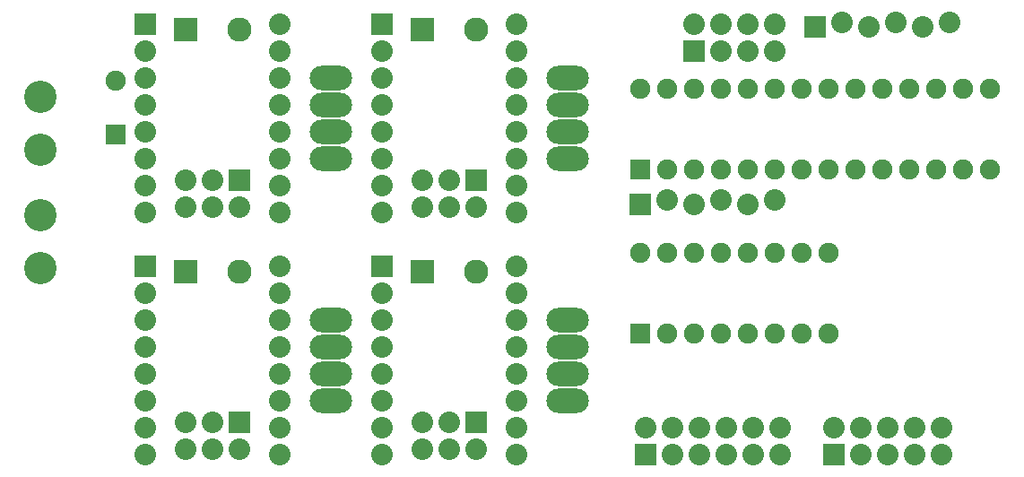
<source format=gbs>
G04 (created by PCBNEW-RS274X (2012-apr-16-27)-stable) date Tuesday 03,June,2014 02:57:05 PM SGT*
G01*
G70*
G90*
%MOIN*%
G04 Gerber Fmt 3.4, Leading zero omitted, Abs format*
%FSLAX34Y34*%
G04 APERTURE LIST*
%ADD10C,0.006000*%
%ADD11R,0.080000X0.080000*%
%ADD12C,0.080000*%
%ADD13C,0.120000*%
%ADD14R,0.090000X0.090000*%
%ADD15C,0.090000*%
%ADD16R,0.075000X0.075000*%
%ADD17C,0.075000*%
%ADD18O,0.157800X0.090900*%
G04 APERTURE END LIST*
G54D10*
G54D11*
X70500Y-29950D03*
G54D12*
X71500Y-29790D03*
X72500Y-29950D03*
X73500Y-29790D03*
X74500Y-29950D03*
X75500Y-29790D03*
G54D11*
X66000Y-30870D03*
G54D12*
X66000Y-29870D03*
X67000Y-30870D03*
X67000Y-29870D03*
X68000Y-30870D03*
X68000Y-29870D03*
X69000Y-30870D03*
X69000Y-29870D03*
G54D13*
X41700Y-34538D03*
X41700Y-32570D03*
X41700Y-38938D03*
X41700Y-36970D03*
G54D11*
X71200Y-45870D03*
G54D12*
X71200Y-44870D03*
X72200Y-45870D03*
X72200Y-44870D03*
X73200Y-45870D03*
X73200Y-44870D03*
X74200Y-45870D03*
X74200Y-44870D03*
X75200Y-45870D03*
X75200Y-44870D03*
G54D11*
X64200Y-45870D03*
G54D12*
X64200Y-44870D03*
X65200Y-45870D03*
X65200Y-44870D03*
X66200Y-45870D03*
X66200Y-44870D03*
X67200Y-45870D03*
X67200Y-44870D03*
X68200Y-45870D03*
X68200Y-44870D03*
X69200Y-45870D03*
X69200Y-44870D03*
G54D11*
X57900Y-44670D03*
G54D12*
X57900Y-45670D03*
X56900Y-44670D03*
X56900Y-45670D03*
X55900Y-44670D03*
X55900Y-45670D03*
G54D11*
X57900Y-35670D03*
G54D12*
X57900Y-36670D03*
X56900Y-35670D03*
X56900Y-36670D03*
X55900Y-35670D03*
X55900Y-36670D03*
G54D11*
X49100Y-35670D03*
G54D12*
X49100Y-36670D03*
X48100Y-35670D03*
X48100Y-36670D03*
X47100Y-35670D03*
X47100Y-36670D03*
G54D11*
X49100Y-44670D03*
G54D12*
X49100Y-45670D03*
X48100Y-44670D03*
X48100Y-45670D03*
X47100Y-44670D03*
X47100Y-45670D03*
G54D14*
X55900Y-39070D03*
G54D15*
X57900Y-39070D03*
G54D14*
X47100Y-39070D03*
G54D15*
X49100Y-39070D03*
G54D14*
X55900Y-30070D03*
G54D15*
X57900Y-30070D03*
G54D14*
X47100Y-30070D03*
G54D15*
X49100Y-30070D03*
G54D16*
X64000Y-41370D03*
G54D17*
X65000Y-41370D03*
X66000Y-41370D03*
X67000Y-41370D03*
X68000Y-41370D03*
X69000Y-41370D03*
X70000Y-41370D03*
X71000Y-41370D03*
X71000Y-38370D03*
X70000Y-38370D03*
X69000Y-38370D03*
X68000Y-38370D03*
X67000Y-38370D03*
X66000Y-38370D03*
X65000Y-38370D03*
X64000Y-38370D03*
X65000Y-35270D03*
X66000Y-35270D03*
X67000Y-35270D03*
X68000Y-35270D03*
X69000Y-35270D03*
X70000Y-35270D03*
X71000Y-35270D03*
X72000Y-35270D03*
X73000Y-35270D03*
X74000Y-35270D03*
X75000Y-35270D03*
X76000Y-35270D03*
X77000Y-35270D03*
G54D16*
X64000Y-35270D03*
G54D17*
X77000Y-32270D03*
X76000Y-32270D03*
X75000Y-32270D03*
X74000Y-32270D03*
X73000Y-32270D03*
X72000Y-32270D03*
X71000Y-32270D03*
X70000Y-32270D03*
X69000Y-32270D03*
X68000Y-32270D03*
X67000Y-32270D03*
X66000Y-32270D03*
X65000Y-32270D03*
X64000Y-32270D03*
G54D18*
X52500Y-43870D03*
X52500Y-42870D03*
X52500Y-41870D03*
X52500Y-40870D03*
X61300Y-43870D03*
X61300Y-42870D03*
X61300Y-41870D03*
X61300Y-40870D03*
X61300Y-34870D03*
X61300Y-33870D03*
X61300Y-32870D03*
X61300Y-31870D03*
X52500Y-34870D03*
X52500Y-33870D03*
X52500Y-32870D03*
X52500Y-31870D03*
G54D11*
X54400Y-29870D03*
G54D12*
X59400Y-29870D03*
X54400Y-30870D03*
X59400Y-30870D03*
X54400Y-31870D03*
X59400Y-31870D03*
X54400Y-32870D03*
X59400Y-32870D03*
X54400Y-33870D03*
X59400Y-33870D03*
X54400Y-34870D03*
X59400Y-34870D03*
X54400Y-35870D03*
X59400Y-35870D03*
X54400Y-36870D03*
X59400Y-36870D03*
G54D11*
X54400Y-38870D03*
G54D12*
X59400Y-38870D03*
X54400Y-39870D03*
X59400Y-39870D03*
X54400Y-40870D03*
X59400Y-40870D03*
X54400Y-41870D03*
X59400Y-41870D03*
X54400Y-42870D03*
X59400Y-42870D03*
X54400Y-43870D03*
X59400Y-43870D03*
X54400Y-44870D03*
X59400Y-44870D03*
X54400Y-45870D03*
X59400Y-45870D03*
G54D11*
X45600Y-29870D03*
G54D12*
X50600Y-29870D03*
X45600Y-30870D03*
X50600Y-30870D03*
X45600Y-31870D03*
X50600Y-31870D03*
X45600Y-32870D03*
X50600Y-32870D03*
X45600Y-33870D03*
X50600Y-33870D03*
X45600Y-34870D03*
X50600Y-34870D03*
X45600Y-35870D03*
X50600Y-35870D03*
X45600Y-36870D03*
X50600Y-36870D03*
G54D11*
X45600Y-38870D03*
G54D12*
X50600Y-38870D03*
X45600Y-39870D03*
X50600Y-39870D03*
X45600Y-40870D03*
X50600Y-40870D03*
X45600Y-41870D03*
X50600Y-41870D03*
X45600Y-42870D03*
X50600Y-42870D03*
X45600Y-43870D03*
X50600Y-43870D03*
X45600Y-44870D03*
X50600Y-44870D03*
X45600Y-45870D03*
X50600Y-45870D03*
G54D11*
X64000Y-36550D03*
G54D12*
X65000Y-36390D03*
X66000Y-36550D03*
X67000Y-36390D03*
X68000Y-36550D03*
X69000Y-36390D03*
G54D16*
X44500Y-33970D03*
G54D17*
X44500Y-31970D03*
M02*

</source>
